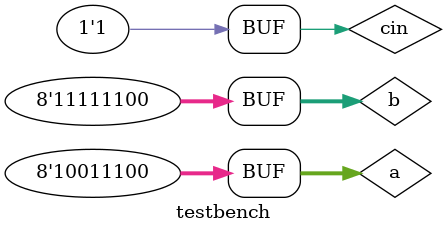
<source format=v>
`timescale 1ns / 1ps


module testbench;

	// Inputs
	reg [7:0] a;
	reg [7:0] b;
	reg cin;

	// Outputs
	wire cout;
	wire [7:0] s;

	// Instantiate the Unit Under Test (UUT)
	adder8 uut (
		.cout(cout), 
		.s(s), 
		.a(a), 
		.b(b), 
		.cin(cin)
	);

	initial begin
		// Initialize Inputs
	// Initialize Inputs
		a = 8'b00011100;
		b = 8'b11110000;
		cin = 1;

		// Wait 100 ns for global reset to finish
		#100;
		a = 8'b00011101;
		b = 8'b11110010;
		cin = 1;

		// Wait 100 ns for global reset to finish
		#100;
		
		a = 8'b10011100;
		b = 8'b11111100;
		cin = 1;

		// Wait 100 ns for global reset to finish
		#100;
        
		// Add stimulus here

	end
      
endmodule


</source>
